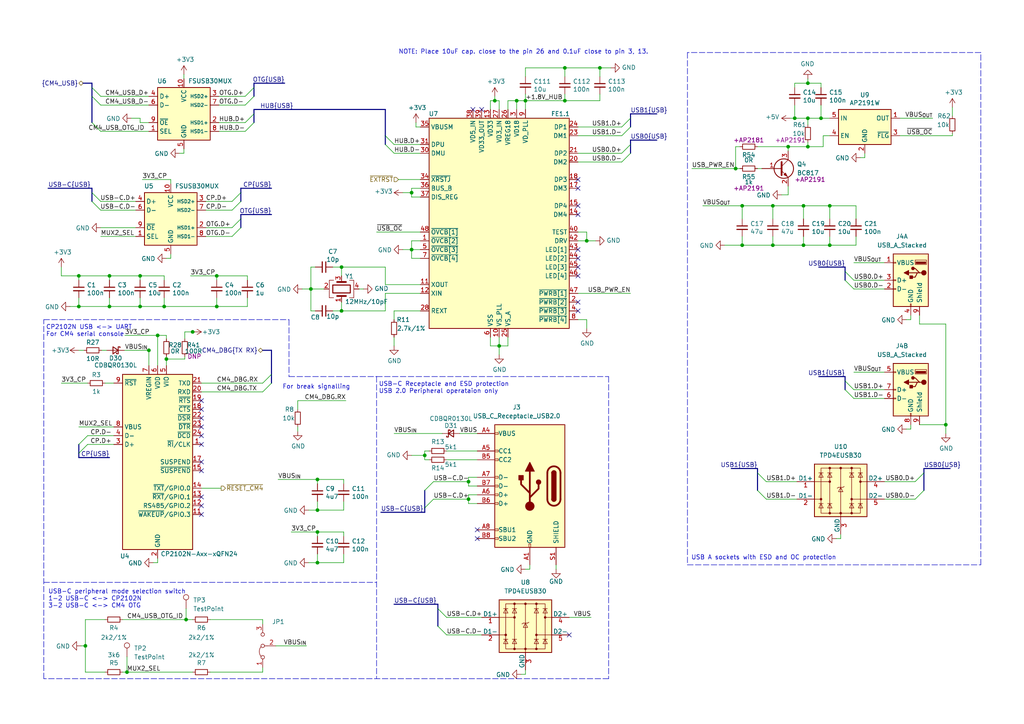
<source format=kicad_sch>
(kicad_sch (version 20230121) (generator eeschema)
  (paper "A4")
  (title_block (title "USB 2.0 host/USB 2.0 device") (date "2022-11-06") (rev "1.3e") (company "Nabu Casa") (comment 1 "www.nabucasa.com") (comment 2 "Yellow"))
  (bus_alias "I2C" (members "SDA" "SCL"))
  (bus_alias "CM4_USB" (members "CM4_USB_D+" "CM4_USB_D-" "CM4_USB_OTG_ID"))
  (bus_alias "USB" (members "D+" "D-"))
  (junction (at 215.265 71.12) (diameter 0.9144))
  (junction (at 31.75 80.01) (diameter 0.9144))
  (junction (at 92.075 139.065) (diameter 0.9144))
  (junction (at 40.64 80.01) (diameter 0.9144))
  (junction (at 149.86 29.21) (diameter 0.9144))
  (junction (at 213.36 48.895))
  (junction (at 22.86 88.9) (diameter 0.9144))
  (junction (at 215.265 59.69) (diameter 0.9144))
  (junction (at 233.045 71.12) (diameter 0.9144))
  (junction (at 119.38 55.88) (diameter 0.9144))
  (junction (at 24.765 187.325) (diameter 0.9144))
  (junction (at 240.665 59.69) (diameter 0.9144))
  (junction (at 53.975 179.705) (diameter 0.9144))
  (junction (at 234.315 24.13) (diameter 0.9144))
  (junction (at 92.075 154.305) (diameter 0.9144))
  (junction (at 224.155 71.12) (diameter 0.9144))
  (junction (at 92.075 147.955) (diameter 0.9144))
  (junction (at 228.6 42.545))
  (junction (at 173.99 19.685) (diameter 0.9144))
  (junction (at 45.72 97.282))
  (junction (at 234.315 42.545))
  (junction (at 230.505 34.29) (diameter 0.9144))
  (junction (at 135.89 144.78) (diameter 0.9144))
  (junction (at 143.51 29.21) (diameter 0.9144))
  (junction (at 43.18 101.6))
  (junction (at 233.045 59.69) (diameter 0.9144))
  (junction (at 62.865 88.9) (diameter 0.9144))
  (junction (at 144.78 100.33) (diameter 0.9144))
  (junction (at 90.17 83.82) (diameter 0.9144))
  (junction (at 99.06 90.17) (diameter 0.9144))
  (junction (at 119.38 72.39) (diameter 0.9144))
  (junction (at 152.4 29.21) (diameter 0.9144))
  (junction (at 123.19 132.08) (diameter 0.9144))
  (junction (at 135.89 139.7) (diameter 0.9144))
  (junction (at 40.64 88.9) (diameter 0.9144))
  (junction (at 170.18 69.85) (diameter 0.9144))
  (junction (at 55.88 96.266))
  (junction (at 238.125 34.29) (diameter 0.9144))
  (junction (at 31.75 88.9) (diameter 0.9144))
  (junction (at 99.06 77.47) (diameter 0.9144))
  (junction (at 48.26 104.14))
  (junction (at 240.665 71.12) (diameter 0.9144))
  (junction (at 224.155 59.69) (diameter 0.9144))
  (junction (at 47.625 88.9) (diameter 0.9144))
  (junction (at 274.32 123.19) (diameter 0.9144))
  (junction (at 163.83 19.685) (diameter 0.9144))
  (junction (at 92.075 163.195) (diameter 0.9144))
  (junction (at 36.83 194.945) (diameter 0.9144))
  (junction (at 163.83 29.21) (diameter 0.9144))
  (junction (at 234.315 34.29))
  (junction (at 62.865 80.01) (diameter 0.9144))
  (junction (at 22.86 80.01) (diameter 0.9144))
  (no_connect (at 167.64 77.47))
  (no_connect (at 138.43 153.67))
  (no_connect (at 167.64 87.63))
  (no_connect (at 138.43 156.21))
  (no_connect (at 167.64 90.17))
  (no_connect (at 58.42 126.365))
  (no_connect (at 58.42 116.205))
  (no_connect (at 58.42 118.745))
  (no_connect (at 58.42 121.285))
  (no_connect (at 58.42 123.825))
  (no_connect (at 58.42 128.905))
  (no_connect (at 58.42 133.985))
  (no_connect (at 58.42 136.525))
  (no_connect (at 58.42 144.145))
  (no_connect (at 58.42 146.685))
  (no_connect (at 58.42 149.225))
  (no_connect (at 167.64 54.61))
  (no_connect (at 167.64 80.01))
  (no_connect (at 165.1 184.15))
  (no_connect (at 139.7 31.75))
  (no_connect (at 137.16 31.75))
  (no_connect (at 167.64 72.39))
  (no_connect (at 167.64 74.93))
  (no_connect (at 167.64 52.07))
  (no_connect (at 167.64 62.23))
  (no_connect (at 167.64 59.69))
  (bus_entry (at 180.34 36.83) (size 2.54 -2.54) (stroke (width 0.1524)))
  (bus_entry (at 180.34 44.45) (size 2.54 -2.54) (stroke (width 0.1524)))
  (bus_entry (at 76.2 113.665) (size 2.54 -2.54) (stroke (width 0.1524)))
  (bus_entry (at 222.25 144.78) (size -2.54 -2.54) (stroke (width 0.1524)))
  (bus_entry (at 73.66 25.4) (size -2.54 2.54) (stroke (width 0.1524)))
  (bus_entry (at 180.34 46.99) (size 2.54 -2.54) (stroke (width 0.1524)))
  (bus_entry (at 69.85 63.5) (size -2.54 2.54) (stroke (width 0.1524)))
  (bus_entry (at 69.85 66.04) (size -2.54 2.54) (stroke (width 0.1524)))
  (bus_entry (at 123.19 142.24) (size 2.54 -2.54) (stroke (width 0.1524)))
  (bus_entry (at 265.43 144.78) (size 2.54 -2.54) (stroke (width 0.1524)))
  (bus_entry (at 26.67 27.94) (size 2.54 2.54) (stroke (width 0.1524)))
  (bus_entry (at 22.86 131.445) (size 2.54 -2.54) (stroke (width 0.1524)))
  (bus_entry (at 69.85 58.42) (size -2.54 2.54) (stroke (width 0.1524)))
  (bus_entry (at 123.19 147.32) (size 2.54 -2.54) (stroke (width 0.1524)))
  (bus_entry (at 222.25 139.7) (size -2.54 -2.54) (stroke (width 0.1524)))
  (bus_entry (at 69.85 55.88) (size -2.54 2.54) (stroke (width 0.1524)))
  (bus_entry (at 73.66 33.02) (size -2.54 2.54) (stroke (width 0.1524)))
  (bus_entry (at 26.67 58.42) (size 2.54 2.54) (stroke (width 0.1524)))
  (bus_entry (at 73.66 27.94) (size -2.54 2.54) (stroke (width 0.1524)))
  (bus_entry (at 127 181.61) (size 2.54 2.54) (stroke (width 0.1524)))
  (bus_entry (at 180.34 39.37) (size 2.54 -2.54) (stroke (width 0.1524)))
  (bus_entry (at 247.65 115.57) (size -2.54 -2.54) (stroke (width 0.1524)))
  (bus_entry (at 26.67 35.56) (size 2.54 2.54) (stroke (width 0.1524)))
  (bus_entry (at 247.65 83.82) (size -2.54 -2.54) (stroke (width 0.1524)))
  (bus_entry (at 26.67 55.88) (size 2.54 2.54) (stroke (width 0.1524)))
  (bus_entry (at 73.66 35.56) (size -2.54 2.54) (stroke (width 0.1524)))
  (bus_entry (at 111.76 41.91) (size 2.54 2.54) (stroke (width 0.1524)))
  (bus_entry (at 76.2 111.125) (size 2.54 -2.54) (stroke (width 0.1524)))
  (bus_entry (at 247.65 81.28) (size -2.54 -2.54) (stroke (width 0.1524)))
  (bus_entry (at 26.67 25.4) (size 2.54 2.54) (stroke (width 0.1524)))
  (bus_entry (at 247.65 113.03) (size -2.54 -2.54) (stroke (width 0.1524)))
  (bus_entry (at 127 176.53) (size 2.54 2.54) (stroke (width 0.1524)))
  (bus_entry (at 22.86 128.905) (size 2.54 -2.54) (stroke (width 0.1524)))
  (bus_entry (at 265.43 139.7) (size 2.54 -2.54) (stroke (width 0.1524)))
  (bus_entry (at 111.76 39.37) (size 2.54 2.54) (stroke (width 0.1524)))
  (wire (pts (xy 234.315 22.86) (xy 234.315 24.13)))
  (wire (pts (xy 167.64 46.99) (xy 180.34 46.99)))
  (wire (pts (xy 147.32 97.79) (xy 147.32 100.33)))
  (wire (pts (xy 147.32 100.33) (xy 144.78 100.33)))
  (wire (pts (xy 215.265 59.69) (xy 215.265 63.5)))
  (wire (pts (xy 58.42 141.605) (xy 64.135 141.605)))
  (wire (pts (xy 40.64 86.36) (xy 40.64 88.9)))
  (wire (pts (xy 147.32 29.21) (xy 149.86 29.21)))
  (wire (pts (xy 147.32 31.75) (xy 147.32 29.21)))
  (wire (pts (xy 149.86 29.21) (xy 149.86 31.75)))
  (wire (pts (xy 135.89 140.97) (xy 138.43 140.97)))
  (wire (pts (xy 260.985 39.37) (xy 276.225 39.37)))
  (wire (pts (xy 114.3 44.45) (xy 121.92 44.45)))
  (wire (pts (xy 86.36 116.205) (xy 100.33 116.205)))
  (wire (pts (xy 99.695 160.655) (xy 99.695 163.195)))
  (wire (pts (xy 119.38 72.39) (xy 121.92 72.39)))
  (wire (pts (xy 210.185 71.12) (xy 215.265 71.12)))
  (wire (pts (xy 23.495 187.325) (xy 24.765 187.325)))
  (wire (pts (xy 24.765 179.705) (xy 30.48 179.705)))
  (wire (pts (xy 24.765 187.325) (xy 24.765 179.705)))
  (wire (pts (xy 119.38 57.15) (xy 119.38 55.88)))
  (wire (pts (xy 121.92 57.15) (xy 119.38 57.15)))
  (wire (pts (xy 274.32 123.19) (xy 274.32 125.73)))
  (wire (pts (xy 240.665 59.69) (xy 240.665 63.5)))
  (wire (pts (xy 115.57 52.07) (xy 121.92 52.07)))
  (wire (pts (xy 144.78 100.33) (xy 144.78 102.87)))
  (wire (pts (xy 90.17 83.82) (xy 90.17 90.17)))
  (wire (pts (xy 116.84 55.88) (xy 119.38 55.88)))
  (wire (pts (xy 119.38 54.61) (xy 121.92 54.61)))
  (wire (pts (xy 119.38 55.88) (xy 119.38 54.61)))
  (wire (pts (xy 63.5 27.94) (xy 71.12 27.94)))
  (wire (pts (xy 152.4 29.21) (xy 163.83 29.21)))
  (wire (pts (xy 247.65 113.03) (xy 256.54 113.03)))
  (bus (pts (xy 245.11 77.47) (xy 237.49 77.47)))
  (wire (pts (xy 22.86 101.6) (xy 24.384 101.6)))
  (bus (pts (xy 182.88 33.02) (xy 182.88 34.29)))
  (bus (pts (xy 182.88 34.29) (xy 182.88 36.83)))
  (wire (pts (xy 219.71 48.895) (xy 220.98 48.895)))
  (wire (pts (xy 135.89 146.05) (xy 135.89 144.78)))
  (wire (pts (xy 48.26 103.378) (xy 48.26 104.14)))
  (wire (pts (xy 60.96 194.945) (xy 76.2 194.945)))
  (wire (pts (xy 76.2 194.945) (xy 76.2 193.675)))
  (wire (pts (xy 266.7 91.44) (xy 266.7 93.98)))
  (wire (pts (xy 71.755 88.9) (xy 71.755 86.36)))
  (wire (pts (xy 62.865 88.9) (xy 71.755 88.9)))
  (wire (pts (xy 47.625 88.9) (xy 62.865 88.9)))
  (wire (pts (xy 40.64 88.9) (xy 47.625 88.9)))
  (wire (pts (xy 129.54 130.81) (xy 138.43 130.81)))
  (wire (pts (xy 264.16 124.46) (xy 264.16 123.19)))
  (wire (pts (xy 167.64 44.45) (xy 180.34 44.45)))
  (wire (pts (xy 125.73 144.78) (xy 135.89 144.78)))
  (wire (pts (xy 47.625 81.28) (xy 47.625 80.01)))
  (wire (pts (xy 47.625 80.01) (xy 40.64 80.01)))
  (polyline (pts (xy 88.9 196.85) (xy 12.7 196.85)) (stroke (width 0) (type dash)))
  (wire (pts (xy 36.068 101.6) (xy 43.18 101.6)))
  (wire (pts (xy 29.21 38.1) (xy 43.18 38.1)))
  (wire (pts (xy 276.225 39.37) (xy 276.225 38.735)))
  (polyline (pts (xy 12.7 168.91) (xy 109.22 168.91)) (stroke (width 0) (type dash)))
  (wire (pts (xy 233.045 71.12) (xy 240.665 71.12)))
  (polyline (pts (xy 199.39 163.83) (xy 284.48 163.83)) (stroke (width 0) (type dash)))
  (wire (pts (xy 152.4 165.1) (xy 153.67 165.1)))
  (wire (pts (xy 96.52 77.47) (xy 99.06 77.47)))
  (wire (pts (xy 91.44 77.47) (xy 90.17 77.47)))
  (wire (pts (xy 43.18 101.6) (xy 43.307 101.6)))
  (bus (pts (xy 22.86 131.445) (xy 22.86 132.715)))
  (bus (pts (xy 22.86 128.905) (xy 22.86 131.445)))
  (wire (pts (xy 63.5 30.48) (xy 71.12 30.48)))
  (wire (pts (xy 173.99 19.685) (xy 163.83 19.685)))
  (wire (pts (xy 177.165 19.685) (xy 173.99 19.685)))
  (wire (pts (xy 152.4 19.685) (xy 152.4 22.225)))
  (wire (pts (xy 163.83 19.685) (xy 152.4 19.685)))
  (wire (pts (xy 22.86 123.825) (xy 33.02 123.825)))
  (wire (pts (xy 151.13 195.58) (xy 152.4 195.58)))
  (wire (pts (xy 62.865 80.01) (xy 71.755 80.01)))
  (wire (pts (xy 71.755 80.01) (xy 71.755 81.28)))
  (wire (pts (xy 55.245 80.01) (xy 62.865 80.01)))
  (wire (pts (xy 276.225 31.115) (xy 276.225 33.655)))
  (wire (pts (xy 119.38 72.39) (xy 119.38 74.93)))
  (wire (pts (xy 119.38 74.93) (xy 121.92 74.93)))
  (wire (pts (xy 119.38 132.08) (xy 123.19 132.08)))
  (polyline (pts (xy 83.82 109.22) (xy 109.22 109.22)) (stroke (width 0) (type dash)))
  (polyline (pts (xy 83.82 92.71) (xy 83.82 109.22)) (stroke (width 0) (type dash)))
  (wire (pts (xy 99.695 155.575) (xy 99.695 154.305)))
  (wire (pts (xy 114.3 41.91) (xy 121.92 41.91)))
  (wire (pts (xy 249.555 45.72) (xy 250.825 45.72)))
  (wire (pts (xy 99.06 87.63) (xy 99.06 90.17)))
  (wire (pts (xy 152.4 27.305) (xy 152.4 29.21)))
  (wire (pts (xy 52.07 44.45) (xy 53.34 44.45)))
  (wire (pts (xy 25.4 111.125) (xy 17.78 111.125)))
  (wire (pts (xy 214.63 48.895) (xy 213.36 48.895)))
  (wire (pts (xy 200.66 48.895) (xy 213.36 48.895)))
  (wire (pts (xy 96.52 90.17) (xy 99.06 90.17)))
  (wire (pts (xy 138.43 143.51) (xy 135.89 143.51)))
  (wire (pts (xy 31.75 80.01) (xy 31.75 81.28)))
  (wire (pts (xy 215.265 71.12) (xy 224.155 71.12)))
  (wire (pts (xy 92.075 154.305) (xy 92.075 155.575)))
  (wire (pts (xy 153.67 165.1) (xy 153.67 163.83)))
  (wire (pts (xy 170.18 69.85) (xy 172.72 69.85)))
  (wire (pts (xy 29.21 66.04) (xy 39.37 66.04)))
  (wire (pts (xy 89.535 147.955) (xy 92.075 147.955)))
  (wire (pts (xy 152.4 29.21) (xy 149.86 29.21)))
  (wire (pts (xy 152.4 31.75) (xy 152.4 29.21)))
  (wire (pts (xy 121.92 67.31) (xy 109.22 67.31)))
  (wire (pts (xy 167.64 92.71) (xy 170.18 92.71)))
  (wire (pts (xy 48.26 98.298) (xy 48.26 97.282)))
  (wire (pts (xy 121.92 82.55) (xy 111.76 82.55)))
  (wire (pts (xy 215.265 59.69) (xy 224.155 59.69)))
  (bus (pts (xy 111.76 31.75) (xy 111.76 39.37)))
  (bus (pts (xy 111.76 39.37) (xy 111.76 41.91)))
  (wire (pts (xy 49.53 52.07) (xy 49.53 53.34)))
  (wire (pts (xy 99.695 145.415) (xy 99.695 147.955)))
  (wire (pts (xy 45.72 97.282) (xy 48.26 97.282)))
  (polyline (pts (xy 12.7 92.71) (xy 83.82 92.71)) (stroke (width 0) (type dash)))
  (wire (pts (xy 99.06 90.17) (xy 111.76 90.17)))
  (wire (pts (xy 53.34 21.59) (xy 53.34 22.86)))
  (wire (pts (xy 229.235 34.29) (xy 230.505 34.29)))
  (wire (pts (xy 129.54 184.15) (xy 139.7 184.15)))
  (wire (pts (xy 248.285 71.12) (xy 248.285 68.58)))
  (wire (pts (xy 230.505 30.48) (xy 230.505 34.29)))
  (wire (pts (xy 171.45 179.07) (xy 165.1 179.07)))
  (wire (pts (xy 230.505 24.13) (xy 230.505 25.4)))
  (wire (pts (xy 59.69 66.04) (xy 67.31 66.04)))
  (wire (pts (xy 99.06 77.47) (xy 99.06 80.01)))
  (wire (pts (xy 53.34 44.45) (xy 53.34 43.18)))
  (wire (pts (xy 17.78 80.01) (xy 22.86 80.01)))
  (wire (pts (xy 247.65 115.57) (xy 256.54 115.57)))
  (wire (pts (xy 114.3 90.17) (xy 121.92 90.17)))
  (wire (pts (xy 142.24 29.21) (xy 143.51 29.21)))
  (wire (pts (xy 142.24 31.75) (xy 142.24 29.21)))
  (wire (pts (xy 143.51 29.21) (xy 144.78 29.21)))
  (wire (pts (xy 144.78 29.21) (xy 144.78 31.75)))
  (wire (pts (xy 92.075 160.655) (xy 92.075 163.195)))
  (wire (pts (xy 266.7 123.19) (xy 274.32 123.19)))
  (wire (pts (xy 41.275 52.07) (xy 49.53 52.07)))
  (wire (pts (xy 224.155 71.12) (xy 233.045 71.12)))
  (wire (pts (xy 161.29 163.83) (xy 161.29 165.1)))
  (bus (pts (xy 182.88 40.64) (xy 182.88 41.91)))
  (bus (pts (xy 182.88 41.91) (xy 182.88 44.45)))
  (wire (pts (xy 39.37 58.42) (xy 29.21 58.42)))
  (wire (pts (xy 247.65 83.82) (xy 256.54 83.82)))
  (polyline (pts (xy 176.53 196.85) (xy 88.9 196.85)) (stroke (width 0) (type dash)))
  (bus (pts (xy 26.67 54.61) (xy 13.97 54.61)))
  (polyline (pts (xy 284.48 163.83) (xy 284.48 15.24)) (stroke (width 0) (type dash)))
  (wire (pts (xy 22.86 86.36) (xy 22.86 88.9)))
  (wire (pts (xy 59.69 68.58) (xy 67.31 68.58)))
  (bus (pts (xy 245.11 109.22) (xy 237.49 109.22)))
  (wire (pts (xy 58.42 113.665) (xy 76.2 113.665)))
  (wire (pts (xy 29.464 101.6) (xy 30.988 101.6)))
  (wire (pts (xy 247.65 107.95) (xy 256.54 107.95)))
  (wire (pts (xy 119.38 69.85) (xy 121.92 69.85)))
  (wire (pts (xy 116.84 72.39) (xy 119.38 72.39)))
  (wire (pts (xy 119.38 72.39) (xy 119.38 69.85)))
  (wire (pts (xy 123.19 132.08) (xy 123.19 133.35)))
  (bus (pts (xy 73.66 31.75) (xy 111.76 31.75)))
  (bus (pts (xy 26.67 24.13) (xy 26.67 25.4)))
  (bus (pts (xy 26.67 25.4) (xy 26.67 27.94)))
  (bus (pts (xy 26.67 27.94) (xy 26.67 35.56)))
  (wire (pts (xy 248.285 59.69) (xy 240.665 59.69)))
  (wire (pts (xy 99.695 140.335) (xy 99.695 139.065)))
  (wire (pts (xy 240.665 71.12) (xy 248.285 71.12)))
  (wire (pts (xy 203.835 59.69) (xy 215.265 59.69)))
  (wire (pts (xy 92.075 139.065) (xy 92.075 140.335)))
  (wire (pts (xy 144.78 97.79) (xy 144.78 100.33)))
  (wire (pts (xy 243.84 156.21) (xy 243.84 154.94)))
  (wire (pts (xy 90.17 90.17) (xy 91.44 90.17)))
  (wire (pts (xy 30.48 111.125) (xy 33.02 111.125)))
  (wire (pts (xy 29.21 27.94) (xy 43.18 27.94)))
  (wire (pts (xy 260.985 34.29) (xy 270.51 34.29)))
  (bus (pts (xy 69.85 54.61) (xy 78.74 54.61)))
  (wire (pts (xy 238.125 25.4) (xy 238.125 24.13)))
  (wire (pts (xy 40.64 34.29) (xy 38.1 34.29)))
  (wire (pts (xy 262.89 124.46) (xy 264.16 124.46)))
  (wire (pts (xy 143.51 27.94) (xy 143.51 29.21)))
  (wire (pts (xy 36.195 97.282) (xy 45.72 97.282)))
  (wire (pts (xy 45.72 97.282) (xy 45.72 106.045)))
  (wire (pts (xy 40.64 80.01) (xy 31.75 80.01)))
  (wire (pts (xy 123.19 130.81) (xy 123.19 132.08)))
  (wire (pts (xy 163.83 29.21) (xy 163.83 27.305)))
  (wire (pts (xy 234.315 24.13) (xy 230.505 24.13)))
  (wire (pts (xy 129.54 179.07) (xy 139.7 179.07)))
  (wire (pts (xy 36.83 190.5) (xy 36.83 194.945)))
  (wire (pts (xy 167.64 67.31) (xy 170.18 67.31)))
  (wire (pts (xy 170.18 67.31) (xy 170.18 69.85)))
  (wire (pts (xy 274.32 93.98) (xy 274.32 123.19)))
  (wire (pts (xy 173.99 19.685) (xy 173.99 22.225)))
  (wire (pts (xy 20.32 88.9) (xy 22.86 88.9)))
  (wire (pts (xy 111.76 82.55) (xy 111.76 77.47)))
  (bus (pts (xy 69.85 62.23) (xy 78.74 62.23)))
  (wire (pts (xy 265.43 139.7) (xy 256.54 139.7)))
  (wire (pts (xy 80.645 139.065) (xy 92.075 139.065)))
  (wire (pts (xy 228.6 56.515) (xy 226.695 56.515)))
  (wire (pts (xy 152.4 195.58) (xy 152.4 194.31)))
  (wire (pts (xy 123.19 133.35) (xy 124.46 133.35)))
  (wire (pts (xy 86.36 123.825) (xy 86.36 125.095)))
  (wire (pts (xy 238.125 24.13) (xy 234.315 24.13)))
  (wire (pts (xy 40.64 35.56) (xy 40.64 34.29)))
  (wire (pts (xy 222.25 144.78) (xy 231.14 144.78)))
  (wire (pts (xy 238.125 30.48) (xy 238.125 34.29)))
  (wire (pts (xy 264.16 92.71) (xy 264.16 91.44)))
  (bus (pts (xy 73.66 24.13) (xy 73.66 25.4)))
  (bus (pts (xy 73.66 25.4) (xy 73.66 27.94)))
  (wire (pts (xy 242.57 156.21) (xy 243.84 156.21)))
  (wire (pts (xy 135.89 144.78) (xy 135.89 143.51)))
  (wire (pts (xy 48.26 106.045) (xy 48.26 104.14)))
  (bus (pts (xy 267.97 135.89) (xy 275.59 135.89)))
  (bus (pts (xy 26.67 54.61) (xy 26.67 55.88)))
  (bus (pts (xy 26.67 55.88) (xy 26.67 58.42)))
  (wire (pts (xy 234.315 41.275) (xy 234.315 42.545)))
  (polyline (pts (xy 109.22 109.22) (xy 176.53 109.22)) (stroke (width 0) (type dash)))
  (wire (pts (xy 49.53 74.93) (xy 49.53 73.66)))
  (wire (pts (xy 99.695 154.305) (xy 92.075 154.305)))
  (wire (pts (xy 121.92 36.83) (xy 120.65 36.83)))
  (wire (pts (xy 248.285 63.5) (xy 248.285 59.69)))
  (wire (pts (xy 219.71 42.545) (xy 228.6 42.545)))
  (polyline (pts (xy 109.22 109.22) (xy 109.22 196.85)) (stroke (width 0) (type dash)))
  (wire (pts (xy 266.7 93.98) (xy 274.32 93.98)))
  (wire (pts (xy 33.02 126.365) (xy 25.4 126.365)))
  (wire (pts (xy 62.865 86.36) (xy 62.865 88.9)))
  (wire (pts (xy 129.54 133.35) (xy 138.43 133.35)))
  (wire (pts (xy 234.315 42.545) (xy 238.76 42.545)))
  (wire (pts (xy 228.6 42.545) (xy 234.315 42.545)))
  (wire (pts (xy 228.6 43.815) (xy 228.6 42.545)))
  (wire (pts (xy 238.76 39.37) (xy 240.665 39.37)))
  (wire (pts (xy 238.76 42.545) (xy 238.76 39.37)))
  (wire (pts (xy 58.42 111.125) (xy 76.2 111.125)))
  (bus (pts (xy 219.71 135.89) (xy 212.09 135.89)))
  (bus (pts (xy 219.71 135.89) (xy 219.71 137.16)))
  (bus (pts (xy 219.71 137.16) (xy 219.71 142.24)))
  (wire (pts (xy 120.65 35.56) (xy 120.65 36.83)))
  (wire (pts (xy 22.86 80.01) (xy 22.86 81.28)))
  (wire (pts (xy 33.02 128.905) (xy 25.4 128.905)))
  (wire (pts (xy 167.64 36.83) (xy 180.34 36.83)))
  (wire (pts (xy 63.5 35.56) (xy 71.12 35.56)))
  (wire (pts (xy 92.075 145.415) (xy 92.075 147.955)))
  (wire (pts (xy 224.155 59.69) (xy 224.155 63.5)))
  (wire (pts (xy 84.455 154.305) (xy 92.075 154.305)))
  (wire (pts (xy 56.388 96.266) (xy 55.88 96.266)))
  (wire (pts (xy 138.43 138.43) (xy 135.89 138.43)))
  (wire (pts (xy 40.64 80.01) (xy 40.64 81.28)))
  (wire (pts (xy 29.21 30.48) (xy 43.18 30.48)))
  (wire (pts (xy 247.65 81.28) (xy 256.54 81.28)))
  (wire (pts (xy 43.18 101.6) (xy 43.18 106.045)))
  (wire (pts (xy 135.89 140.97) (xy 135.89 139.7)))
  (wire (pts (xy 125.73 139.7) (xy 135.89 139.7)))
  (wire (pts (xy 87.63 83.82) (xy 90.17 83.82)))
  (wire (pts (xy 215.265 68.58) (xy 215.265 71.12)))
  (bus (pts (xy 69.85 62.23) (xy 69.85 63.5)))
  (bus (pts (xy 69.85 63.5) (xy 69.85 66.04)))
  (wire (pts (xy 247.65 76.2) (xy 256.54 76.2)))
  (bus (pts (xy 267.97 135.89) (xy 267.97 137.16)))
  (bus (pts (xy 267.97 137.16) (xy 267.97 142.24)))
  (wire (pts (xy 114.3 92.71) (xy 114.3 90.17)))
  (wire (pts (xy 35.56 179.705) (xy 53.975 179.705)))
  (wire (pts (xy 53.975 179.705) (xy 55.88 179.705)))
  (wire (pts (xy 99.06 77.47) (xy 111.76 77.47)))
  (wire (pts (xy 224.155 68.58) (xy 224.155 71.12)))
  (wire (pts (xy 88.9 187.325) (xy 80.01 187.325)))
  (wire (pts (xy 135.89 139.7) (xy 135.89 138.43)))
  (wire (pts (xy 53.975 176.53) (xy 53.975 179.705)))
  (wire (pts (xy 228.6 53.975) (xy 228.6 56.515)))
  (wire (pts (xy 111.76 85.09) (xy 111.76 90.17)))
  (wire (pts (xy 39.37 60.96) (xy 29.21 60.96)))
  (bus (pts (xy 123.19 148.59) (xy 110.49 148.59)))
  (wire (pts (xy 31.75 86.36) (xy 31.75 88.9)))
  (bus (pts (xy 127 175.26) (xy 114.3 175.26)))
  (wire (pts (xy 163.83 19.685) (xy 163.83 22.225)))
  (wire (pts (xy 167.64 85.09) (xy 182.88 85.09)))
  (wire (pts (xy 59.69 60.96) (xy 67.31 60.96)))
  (wire (pts (xy 63.5 38.1) (xy 71.12 38.1)))
  (wire (pts (xy 92.075 147.955) (xy 99.695 147.955)))
  (wire (pts (xy 76.2 179.705) (xy 60.96 179.705)))
  (wire (pts (xy 76.2 180.975) (xy 76.2 179.705)))
  (wire (pts (xy 29.21 68.58) (xy 39.37 68.58)))
  (wire (pts (xy 124.46 130.81) (xy 123.19 130.81)))
  (bus (pts (xy 24.13 24.13) (xy 26.67 24.13)))
  (wire (pts (xy 240.665 68.58) (xy 240.665 71.12)))
  (wire (pts (xy 238.125 34.29) (xy 240.665 34.29)))
  (wire (pts (xy 234.315 34.29) (xy 234.315 36.195)))
  (wire (pts (xy 62.865 80.01) (xy 62.865 81.28)))
  (wire (pts (xy 222.25 139.7) (xy 231.14 139.7)))
  (bus (pts (xy 182.88 40.64) (xy 190.5 40.64)))
  (wire (pts (xy 89.535 163.195) (xy 92.075 163.195)))
  (bus (pts (xy 245.11 109.22) (xy 245.11 110.49)))
  (bus (pts (xy 245.11 110.49) (xy 245.11 113.03)))
  (wire (pts (xy 230.505 34.29) (xy 234.315 34.29)))
  (wire (pts (xy 234.315 34.29) (xy 238.125 34.29)))
  (bus (pts (xy 22.86 132.715) (xy 31.75 132.715)))
  (wire (pts (xy 121.92 85.09) (xy 111.76 85.09)))
  (wire (pts (xy 170.18 69.85) (xy 167.64 69.85)))
  (wire (pts (xy 55.88 96.266) (xy 53.594 96.266)))
  (bus (pts (xy 245.11 77.47) (xy 245.11 78.74)))
  (bus (pts (xy 245.11 78.74) (xy 245.11 81.28)))
  (wire (pts (xy 35.56 194.945) (xy 36.83 194.945)))
  (wire (pts (xy 36.83 194.945) (xy 55.88 194.945)))
  (wire (pts (xy 133.35 125.73) (xy 138.43 125.73)))
  (wire (pts (xy 167.64 39.37) (xy 180.34 39.37)))
  (wire (pts (xy 265.43 144.78) (xy 256.54 144.78)))
  (bus (pts (xy 73.66 31.75) (xy 73.66 33.02)))
  (bus (pts (xy 73.66 33.02) (xy 73.66 35.56)))
  (wire (pts (xy 53.594 104.14) (xy 53.594 103.378)))
  (wire (pts (xy 99.695 139.065) (xy 92.075 139.065)))
  (wire (pts (xy 233.045 59.69) (xy 240.665 59.69)))
  (wire (pts (xy 170.18 92.71) (xy 170.18 95.25)))
  (wire (pts (xy 104.14 83.82) (xy 105.41 83.82)))
  (wire (pts (xy 92.075 163.195) (xy 99.695 163.195)))
  (polyline (pts (xy 176.53 109.22) (xy 176.53 196.85)) (stroke (width 0) (type dash)))
  (wire (pts (xy 90.17 83.82) (xy 93.98 83.82)))
  (bus (pts (xy 69.85 54.61) (xy 69.85 55.88)))
  (bus (pts (xy 69.85 55.88) (xy 69.85 58.42)))
  (wire (pts (xy 17.78 80.01) (xy 17.78 77.47)))
  (wire (pts (xy 262.89 92.71) (xy 264.16 92.71)))
  (wire (pts (xy 47.625 86.36) (xy 47.625 88.9)))
  (polyline (pts (xy 12.7 196.85) (xy 12.7 92.71)) (stroke (width 0) (type dash)))
  (wire (pts (xy 142.24 97.79) (xy 142.24 100.33)))
  (wire (pts (xy 142.24 100.33) (xy 144.78 100.33)))
  (bus (pts (xy 182.88 33.02) (xy 190.5 33.02)))
  (wire (pts (xy 224.155 59.69) (xy 233.045 59.69)))
  (bus (pts (xy 78.74 108.585) (xy 78.74 111.125)))
  (bus (pts (xy 78.74 101.6) (xy 78.74 108.585)))
  (bus (pts (xy 76.2 101.6) (xy 78.74 101.6)))
  (bus (pts (xy 73.66 24.13) (xy 82.55 24.13)))
  (wire (pts (xy 173.99 29.21) (xy 163.83 29.21)))
  (wire (pts (xy 173.99 27.305) (xy 173.99 29.21)))
  (wire (pts (xy 48.26 74.93) (xy 49.53 74.93)))
  (wire (pts (xy 86.36 116.205) (xy 86.36 118.745)))
  (wire (pts (xy 233.045 59.69) (xy 233.045 63.5)))
  (wire (pts (xy 135.89 146.05) (xy 138.43 146.05)))
  (polyline (pts (xy 284.48 15.24) (xy 199.39 15.24)) (stroke (width 0) (type dash)))
  (wire (pts (xy 43.18 35.56) (xy 40.64 35.56)))
  (wire (pts (xy 114.3 125.73) (xy 128.27 125.73)))
  (wire (pts (xy 214.63 42.545) (xy 213.36 42.545)))
  (wire (pts (xy 213.36 42.545) (xy 213.36 48.895)))
  (polyline (pts (xy 199.39 15.24) (xy 199.39 163.83)) (stroke (width 0) (type dash)))
  (wire (pts (xy 45.72 163.195) (xy 45.72 161.925)))
  (wire (pts (xy 250.825 45.72) (xy 250.825 44.45)))
  (wire (pts (xy 48.26 104.14) (xy 53.594 104.14)))
  (wire (pts (xy 44.45 163.195) (xy 45.72 163.195)))
  (wire (pts (xy 233.045 68.58) (xy 233.045 71.12)))
  (wire (pts (xy 53.594 96.266) (xy 53.594 98.298)))
  (wire (pts (xy 22.86 88.9) (xy 31.75 88.9)))
  (bus (pts (xy 123.19 142.24) (xy 123.19 147.32)))
  (bus (pts (xy 123.19 147.32) (xy 123.19 148.59)))
  (wire (pts (xy 22.86 80.01) (xy 31.75 80.01)))
  (wire (pts (xy 59.69 58.42) (xy 67.31 58.42)))
  (wire (pts (xy 30.48 194.945) (xy 24.765 194.945)))
  (wire (pts (xy 24.765 194.945) (xy 24.765 187.325)))
  (wire (pts (xy 114.3 97.79) (xy 114.3 100.33)))
  (bus (pts (xy 127 175.26) (xy 127 176.53)))
  (bus (pts (xy 127 176.53) (xy 127 181.61)))
  (wire (pts (xy 31.75 88.9) (xy 40.64 88.9)))
  (wire (pts (xy 90.17 77.47) (xy 90.17 83.82)))
  (text "USB-C Receptacle and ESD protection\nUSB 2.0 Peripheral operataion only" (at 109.855 114.3 0) (effects (font (size 1.27 1.27)) (justify left bottom)))
  (text "USB-C peripheral mode selection switch\n1-2 USB-C <-> CP2102N\n3-2 USB-C <-> CM4 OTG" (at 13.97 176.53 0) (effects (font (size 1.27 1.27)) (justify left bottom)))
  (text "USB A sockets with ESD and OC protection" (at 242.57 162.56 0) (effects (font (size 1.27 1.27)) (justify right bottom)))
  (text "CP2102N USB <-> UART\nFor CM4 serial console" (at 13.335 97.79 0) (effects (font (size 1.27 1.27)) (justify left bottom)))
  (text "NOTE: Place 10uF cap. close to the pin 26 and 0.1uF close to pin 3, 13." (at 115.57 15.875 0) (effects (font (size 1.27 1.27)) (justify left bottom)))
  (text "For break signalling" (at 81.915 113.03 0) (effects (font (size 1.27 1.27)) (justify left bottom)))
  (label "USB-C.D-" (at 39.37 60.96 180))
  (label "CP.D-" (at 59.69 60.96 0))
  (label "OTG.D+" (at 59.69 66.04 0))
  (label "3V3_CP" (at 55.245 80.01 0))
  (label "CP.D+" (at 59.69 58.42 0))
  (label "~{USB_OC}" (at 270.51 39.37 180))
  (label "VBUS_{OUT}" (at 203.835 59.69 0))
  (label "VBUS_{OUT}" (at 247.65 107.95 0))
  (label "USB0.D+" (at 247.65 81.28 0))
  (label "HUB.D+" (at 63.5 35.56 0))
  (label "CP.D+" (at 32.385 128.905 180))
  (label "VBUS_{IN}" (at 88.9 187.325 180))
  (label "USB1.D+" (at 247.65 113.03 0))
  (label "CM4_USB_D-" (at 30.48 30.48 0))
  (label "~{USB_OC}" (at 109.22 67.31 0))
  (label "CM4_DBG.RX" (at 62.865 111.125 0))
  (label "VBUS_{IN}" (at 80.645 139.065 0))
  (label "USB-C.D+" (at 129.54 179.07 0))
  (label "3V3_CP" (at 41.275 52.07 0))
  (label "VBUS" (at 133.35 125.73 0))
  (label "USB-C.D+" (at 125.73 144.78 0))
  (label "USB1.D-" (at 222.25 144.78 0))
  (label "OTG.D+" (at 63.5 27.94 0))
  (label "USB1.D+" (at 222.25 139.7 0))
  (label "HUB.D-" (at 63.5 38.1 0))
  (label "3V3_CP" (at 17.78 111.125 0))
  (label "VBUS_{IN}" (at 114.3 125.73 0))
  (label "MUX2_SEL" (at 22.86 123.825 0))
  (label "USB1.D-" (at 180.34 39.37 180))
  (label "USB0{USB}" (at 245.11 77.47 180))
  (label "+1.8V_HUB" (at 152.4 29.21 0))
  (label "CP.D-" (at 32.385 126.365 180))
  (label "VBUS" (at 171.45 179.07 180))
  (label "USB0.D+" (at 180.34 44.45 180))
  (label "USB_PWR_EN" (at 200.66 48.895 0))
  (label "USB-C.D-" (at 125.73 139.7 0))
  (label "OTG.D-" (at 63.5 30.48 0))
  (label "CP{USB}" (at 78.74 54.61 180))
  (label "3V3_CP" (at 36.195 97.282 0))
  (label "OTG{USB}" (at 78.74 62.23 180))
  (label "USB0.D+" (at 265.43 139.7 180))
  (label "CM4_USB_OTG_ID" (at 36.83 179.705 0))
  (label "HUB{USB}" (at 85.09 31.75 180))
  (label "MUX2_SEL" (at 36.83 194.945 0))
  (label "CM4_USB_OTG_ID" (at 41.91 38.1 180))
  (label "USB1{USB}" (at 219.71 135.89 180))
  (label "3V3_CP" (at 84.455 154.305 0))
  (label "OTG.D-" (at 59.69 68.58 0))
  (label "USB0{USB}" (at 182.88 40.64 0))
  (label "USB-C{USB}" (at 114.3 175.26 0))
  (label "USB1{USB}" (at 182.88 33.02 0))
  (label "USB1.D+" (at 180.34 36.83 180))
  (label "CM4_USB_D+" (at 30.48 27.94 0))
  (label "HUB.D-" (at 114.3 44.45 0))
  (label "USB-C{USB}" (at 13.97 54.61 0))
  (label "USB1.D-" (at 247.65 115.57 0))
  (label "MUX2_SEL" (at 29.21 68.58 0))
  (label "USB0.D-" (at 265.43 144.78 180))
  (label "USB0.D-" (at 247.65 83.82 0))
  (label "VBUS_{IN}" (at 36.195 101.6 0))
  (label "CP{USB}" (at 31.75 132.715 180))
  (label "VBUS_{OUT}" (at 270.51 34.29 180))
  (label "USB1{USB}" (at 245.11 109.22 180))
  (label "HUB.D+" (at 114.3 41.91 0))
  (label "USB0{USB}" (at 267.97 135.89 0))
  (label "USB_PWR_EN" (at 182.88 85.09 180))
  (label "CM4_DBG.RX" (at 100.33 116.205 180))
  (label "USB-C.D-" (at 129.54 184.15 0))
  (label "USB-C.D+" (at 39.37 58.42 180))
  (label "OTG{USB}" (at 82.55 24.13 180))
  (label "VBUS_{OUT}" (at 247.65 76.2 0))
  (label "CM4_DBG.TX" (at 62.865 113.665 0))
  (label "USB0.D-" (at 180.34 46.99 180))
  (label "USB-C{USB}" (at 110.49 148.59 0))
  (hierarchical_label "~{EXTRST}" (shape input) (at 115.57 52.07 180))
  (hierarchical_label "{CM4_USB}" (shape bidirectional) (at 24.13 24.13 180))
  (hierarchical_label "~{RESET_CM4}" (shape output) (at 64.135 141.605 0))
  (hierarchical_label "CM4_DBG{TX RX}" (shape bidirectional) (at 76.2 101.6 180))
  (symbol (lib_id "Device:R_Small") (at 127 133.35 90) (mirror x) (unit 1)
    (property "Reference" "R14" (at 127 135.7568 90))
    (property "Value" "5k1" (at 130.81 134.728 90))
    (property "Footprint" "Resistor_SMD:R_0402_1005Metric" (effects hide))
  )
  (symbol (lib_id "power:+3V3") (at 143.51 27.94 0) (unit 1)
    (property "Reference" "#PWR041" (effects hide))
    (property "Value" "+3V3" (at 143.8783 23.6156 0))
  )
  (symbol (lib_id "power:GND") (at 234.315 22.86 180) (unit 1)
    (property "Reference" "#PWR046" (effects hide))
    (property "Value" "GND" (at 234.2007 18.5356 0))
  )
  (symbol (lib_id "power:+3V3") (at 53.34 21.59 0) (unit 1)
    (property "Reference" "#PWR025" (effects hide))
    (property "Value" "+3V3" (at 53.7083 17.2656 0))
  )
  (symbol (lib_id "power:GND") (at 274.32 125.73 0) (unit 1)
    (property "Reference" "#PWR049" (effects hide))
    (property "Value" "GND" (at 274.4343 130.0544 0))
  )
  (symbol (lib_id "Connector:TestPoint") (at 53.975 176.53 0) (unit 1) (in_bom no)
    (property "Reference" "TP3" (at 56.007 174.0534 0) (effects (justify left)))
    (property "Value" "TestPoint" (at 56.007 176.5934 0) (effects (justify left)))
    (property "Footprint" "TestPoint:TestPoint_Pad_D1.0mm" (effects hide))
  )
  (symbol (lib_id "Device:R_Small") (at 58.42 194.945 270) (unit 1)
    (property "Reference" "R7" (at 58.42 192.2718 90))
    (property "Value" "2k2/1%" (at 58.42 189.973 90))
    (property "Footprint" "Resistor_SMD:R_0402_1005Metric" (effects hide))
  )
  (symbol (lib_id "Device:C_Small") (at 92.075 158.115 0) (unit 1)
    (property "Reference" "C10" (at 94.3992 156.9656 0) (effects (justify left)))
    (property "Value" "4u7" (at 94.399 159.264 0) (effects (justify left)))
    (property "Footprint" "Capacitor_SMD:C_0402_1005Metric" (effects hide))
  )
  (symbol (lib_id "Device:R_Small") (at 33.02 194.945 270) (unit 1)
    (property "Reference" "R5" (at 33.02 192.2718 90))
    (property "Value" "3k6" (at 33.02 189.973 90))
    (property "Footprint" "Resistor_SMD:R_0402_1005Metric" (effects hide))
  )
  (symbol (lib_id "Jumper:Jumper_3_Bridged12") (at 76.2 187.325 90) (unit 1)
    (property "Reference" "JP1" (at 82.55 180.3399 90) (effects (justify left)))
    (property "Value" "Conn_01x03_Male" (effects hide))
    (property "Footprint" "Connector_PinHeader_2.54mm:PinHeader_1x03_P2.54mm_Vertical" (effects hide))
    (property "Manufacturer" "Adam Tech" (effects hide))
    (property "PartNumber" "PH1-03-UA" (effects hide))
  )
  (symbol (lib_name "FSUSB30MUX_1") (lib_id "Yellow:FSUSB30MUX") (at 53.34 33.02 0) (unit 1)
    (property "Reference" "U6" (at 46.99 23.495 0))
    (property "Value" "FSUSB30MUX" (at 60.96 23.495 0))
    (property "Footprint" "Package_SO:MSOP-10_3x3mm_P0.5mm" (effects hide))
    (property "Datasheet" "https://www.onsemi.com/pdf/datasheet/fsusb30-d.pdf" (effects hide))
    (property "Manufacturer" "ON Semiconductor" (effects hide))
    (property "PartNumber" "FSUSB30MUX" (effects hide))
  )
  (symbol (lib_id "power:+3V3") (at 22.86 101.6 90) (unit 1)
    (property "Reference" "#PWR0163" (effects hide))
    (property "Value" "+3V3" (at 17.526 101.6 90))
  )
  (symbol (lib_id "Device:C_Small") (at 92.075 142.875 0) (unit 1)
    (property "Reference" "C9" (at 94.3992 141.7256 0) (effects (justify left)))
    (property "Value" "4u7" (at 94.399 144.024 0) (effects (justify left)))
    (property "Footprint" "Capacitor_SMD:C_0402_1005Metric" (effects hide))
  )
  (symbol (lib_id "Device:C_Small") (at 152.4 24.765 0) (unit 1)
    (property "Reference" "C111" (at 154.7242 23.6156 0) (effects (justify left)))
    (property "Value" "10u" (at 154.724 25.914 0) (effects (justify left)))
    (property "Footprint" "Capacitor_SMD:C_0805_2012Metric" (effects hide))
  )
  (symbol (lib_id "Device:C_Small") (at 22.86 83.82 0) (unit 1)
    (property "Reference" "C1" (at 25.1842 82.6706 0) (effects (justify left)))
    (property "Value" "100n" (at 25.184 84.969 0) (effects (justify left)))
    (property "Footprint" "Capacitor_SMD:C_0402_1005Metric" (effects hide))
  )
  (symbol (lib_id "power:+3V3") (at 55.88 96.266 270) (unit 1)
    (property "Reference" "#PWR02" (effects hide))
    (property "Value" "+3V3" (at 61.214 96.266 90))
  )
  (symbol (lib_id "power:GND") (at 170.18 95.25 0) (unit 1)
    (property "Reference" "#PWR0208" (effects hide))
    (property "Value" "GND" (at 170.2943 99.5744 0))
  )
  (symbol (lib_id "power:GND") (at 226.695 56.515 270) (unit 1)
    (property "Reference" "#PWR0161" (effects hide))
    (property "Value" "GND" (at 223.52 56.6293 90) (effects (justify right)))
  )
  (symbol (lib_id "Device:C_Small") (at 163.83 24.765 0) (unit 1)
    (property "Reference" "C112" (at 166.1542 23.6156 0) (effects (justify left)))
    (property "Value" "100n" (at 166.154 25.914 0) (effects (justify left)))
    (property "Footprint" "Capacitor_SMD:C_0402_1005Metric" (effects hide))
  )
  (symbol (lib_id "Device:R_Small") (at 58.42 179.705 270) (unit 1)
    (property "Reference" "R6" (at 58.42 182.1118 90))
    (property "Value" "2k2/1%" (at 58.42 184.893 90))
    (property "Footprint" "Resistor_SMD:R_0402_1005Metric" (effects hide))
  )
  (symbol (lib_id "power:GND") (at 172.72 69.85 90) (unit 1)
    (property "Reference" "#PWR0207" (effects hide))
    (property "Value" "GND" (at 175.895 69.7357 90) (effects (justify right)))
  )
  (symbol (lib_id "Device:R_Small") (at 27.94 111.125 90) (unit 1)
    (property "Reference" "R3" (at 27.94 108.7182 90))
    (property "Value" "1k" (at 27.94 113.557 90))
    (property "Footprint" "Resistor_SMD:R_0402_1005Metric" (effects hide))
  )
  (symbol (lib_id "Device:C_Small") (at 62.865 83.82 0) (unit 1)
    (property "Reference" "C4" (at 65.1892 82.6706 0) (effects (justify left)))
    (property "Value" "100n" (at 65.189 84.969 0) (effects (justify left)))
    (property "Footprint" "Capacitor_SMD:C_0402_1005Metric" (effects hide))
  )
  (symbol (lib_id "power:GND") (at 151.13 195.58 270) (unit 1)
    (property "Reference" "#PWR042" (effects hide))
    (property "Value" "GND" (at 147.955 195.6943 90) (effects (justify right)))
  )
  (symbol (lib_id "Device:C_Small") (at 31.75 83.82 0) (unit 1)
    (property "Reference" "C3" (at 34.0742 82.6706 0) (effects (justify left)))
    (property "Value" "100n" (at 34.074 84.969 0) (effects (justify left)))
    (property "Footprint" "Capacitor_SMD:C_0402_1005Metric" (effects hide))
  )
  (symbol (lib_id "power:GND") (at 152.4 165.1 270) (unit 1)
    (property "Reference" "#PWR043" (effects hide))
    (property "Value" "GND" (at 149.225 165.2143 90) (effects (justify right)))
  )
  (symbol (lib_id "Device:C_Small") (at 224.155 66.04 0) (unit 1)
    (property "Reference" "C18" (at 226.4792 64.8906 0) (effects (justify left)))
    (property "Value" "47u" (at 226.479 67.189 0) (effects (justify left)))
    (property "Footprint" "Capacitor_SMD:C_0805_2012Metric" (effects hide))
  )
  (symbol (lib_id "Transistor_BJT:BC817") (at 226.06 48.895 0) (unit 1)
    (property "Reference" "Q4" (at 231.14 47.6249 0) (effects (justify left)))
    (property "Value" "BC817" (at 231.14 50.1649 0) (effects (justify left)))
    (property "Footprint" "Package_TO_SOT_SMD:SOT-23" (effects hide))
    (property "Datasheet" "https://www.onsemi.com/pub/Collateral/BC818-D.pdf" (effects hide))
    (property "Config" "+AP2191" (at 234.95 52.07 0))
    (property "Manufacturer" "Nexperia USA" (effects hide))
    (property "PartNumber" "BC817-25,215" (effects hide))
  )
  (symbol (lib_id "power:GND") (at 262.89 124.46 270) (unit 1)
    (property "Reference" "#PWR053" (effects hide))
    (property "Value" "GND" (at 259.715 124.5743 90) (effects (justify right)))
  )
  (symbol (lib_id "power:GND") (at 119.38 132.08 270) (mirror x) (unit 1)
    (property "Reference" "#PWR039" (effects hide))
    (property "Value" "GND" (at 116.205 131.9657 90) (effects (justify right)))
  )
  (symbol (lib_id "Device:C_Small") (at 99.695 142.875 0) (unit 1)
    (property "Reference" "C11" (at 102.0192 141.7256 0) (effects (justify left)))
    (property "Value" "100n" (at 102.019 144.024 0) (effects (justify left)))
    (property "Footprint" "Capacitor_SMD:C_0402_1005Metric" (effects hide))
  )
  (symbol (lib_id "power:+3V3") (at 120.65 35.56 0) (unit 1)
    (property "Reference" "#PWR038" (effects hide))
    (property "Value" "+3V3" (at 121.0183 31.2356 0))
  )
  (symbol (lib_id "Device:R_Small") (at 217.17 48.895 270) (unit 1)
    (property "Reference" "R55" (at 217.17 51.3018 90))
    (property "Value" "1k" (at 217.17 52.813 90))
    (property "Footprint" "Resistor_SMD:R_0402_1005Metric" (effects hide))
    (property "Config" "+AP2191" (at 217.17 54.61 90))
  )
  (symbol (lib_id "power:GND") (at 89.535 147.955 270) (unit 1)
    (property "Reference" "#PWR030" (effects hide))
    (property "Value" "GND" (at 86.36 148.0693 90) (effects (justify right)))
  )
  (symbol (lib_id "power:GND") (at 242.57 156.21 270) (unit 1)
    (property "Reference" "#PWR051" (effects hide))
    (property "Value" "GND" (at 239.395 156.3243 90) (effects (justify right)))
  )
  (symbol (lib_id "power:GND") (at 20.32 88.9 270) (unit 1)
    (property "Reference" "#PWR019" (effects hide))
    (property "Value" "GND" (at 17.145 89.0143 90) (effects (justify right)))
  )
  (symbol (lib_id "power:GND") (at 161.29 165.1 0) (unit 1)
    (property "Reference" "#PWR0174" (effects hide))
    (property "Value" "GND" (at 163.322 168.656 0) (effects (justify right)))
  )
  (symbol (lib_name "Yellow:USB_A_Stacked_1") (lib_id "Yellow:USB_A_Stacked") (at 264.16 81.28 0) (mirror y) (unit 1)
    (property "Reference" "J4" (at 261.62 68.58 0))
    (property "Value" "USB_A_Stacked" (at 261.62 71.12 0))
    (property "Footprint" "Connector_USB:USB_A_Wuerth_61400826021_Horizontal_Stacked" (effects hide))
    (property "Datasheet" " ~" (effects hide))
    (property "Manufacturer" "Molex" (effects hide))
    (property "PartNumber" "67298-4090" (effects hide))
  )
  (symbol (lib_id "power:GND") (at 89.535 163.195 270) (unit 1)
    (property "Reference" "#PWR031" (effects hide))
    (property "Value" "GND" (at 86.36 163.3093 90) (effects (justify right)))
  )
  (symbol (lib_id "Device:R_Small") (at 48.26 100.838 180) (unit 1)
    (property "Reference" "R28" (at 50.8 100.076 0))
    (property "Value" "0R" (at 50.8 101.854 0))
    (property "Footprint" "Resistor_SMD:R_0402_1005Metric" (effects hide))
  )
  (symbol (lib_id "power:GND") (at 116.84 72.39 270) (unit 1)
    (property "Reference" "#PWR034" (effects hide))
    (property "Value" "GND" (at 113.665 72.5043 90) (effects (justify right)))
  )
  (symbol (lib_id "Device:R_Small") (at 234.315 38.735 180) (unit 1)
    (property "Reference" "R61" (at 231.9082 36.195 0))
    (property "Value" "10k" (at 231.667 38.735 0))
    (property "Footprint" "Resistor_SMD:R_0402_1005Metric" (effects hide))
    (property "Config" "+AP2191" (at 229.235 40.64 0))
  )
  (symbol (lib_id "Device:R_Small") (at 276.225 36.195 180) (unit 1)
    (property "Reference" "R62" (at 273.8182 33.655 0))
    (property "Value" "10k" (at 273.577 36.195 0))
    (property "Footprint" "Resistor_SMD:R_0402_1005Metric" (effects hide))
  )
  (symbol (lib_id "Yellow:USB_A_Stacked") (at 264.16 113.03 0) (mirror y) (unit 2)
    (property "Reference" "J4" (at 261.62 100.33 0))
    (property "Value" "USB_A_Stacked" (at 261.62 102.87 0))
    (property "Footprint" "Connector_USB:USB_A_Wuerth_61400826021_Horizontal_Stacked" (effects hide))
    (property "Datasheet" " ~" (effects hide))
    (property "Manufacturer" "Molex" (effects hide))
    (property "PartNumber" "67298-4090" (effects hide))
  )
  (symbol (lib_id "Device:R_Small") (at 86.36 121.285 180) (unit 1)
    (property "Reference" "R8" (at 83.9532 118.745 0))
    (property "Value" "10k" (at 83.712 121.285 0))
    (property "Footprint" "Resistor_SMD:R_0402_1005Metric" (effects hide))
  )
  (symbol (lib_id "Device:R_Small") (at 127 130.81 90) (mirror x) (unit 1)
    (property "Reference" "R13" (at 127 128.1368 90))
    (property "Value" "5k1" (at 130.81 129.648 90))
    (property "Footprint" "Resistor_SMD:R_0402_1005Metric" (effects hide))
  )
  (symbol (lib_id "Device:D_Schottky_Small") (at 33.528 101.6 0) (mirror y) (unit 1)
    (property "Reference" "D30" (at 33.528 103.886 0))
    (property "Value" "CDBQR0130L" (at 33.528 105.918 0))
    (property "Footprint" "Diode_SMD:D_0402_1005Metric" (effects hide))
    (property "Datasheet" "https://www.comchiptech.com/admin/files/product/CDBQR0130L-HF-RevD.pdf" (effects hide))
    (property "Manufacturer" "Comchip Technology" (effects hide))
    (property "PartNumber" "CDBQR0130L" (effects hide))
  )
  (symbol (lib_id "power:GND") (at 52.07 44.45 270) (unit 1)
    (property "Reference" "#PWR026" (effects hide))
    (property "Value" "GND" (at 48.895 44.5643 90) (effects (justify right)))
  )
  (symbol (lib_id "Connector:TestPoint") (at 36.83 190.5 0) (unit 1) (in_bom no)
    (property "Reference" "TP2" (at 38.862 188.0234 0) (effects (justify left)))
    (property "Value" "TestPoint" (at 38.862 190.5634 0) (effects (justify left)))
    (property "Footprint" "TestPoint:TestPoint_Pad_D1.0mm" (effects hide))
  )
  (symbol (lib_id "power:GND") (at 262.89 92.71 270) (unit 1)
    (property "Reference" "#PWR052" (effects hide))
    (property "Value" "GND" (at 259.715 92.8243 90) (effects (justify right)))
  )
  (symbol (lib_id "power:GND") (at 48.26 74.93 270) (unit 1)
    (property "Reference" "#PWR024" (effects hide))
    (property "Value" "GND" (at 45.085 75.0443 90) (effects (justify right)))
  )
  (symbol (lib_id "power:GND") (at 177.165 19.685 90) (unit 1)
    (property "Reference" "#PWR036" (effects hide))
    (property "Value" "GND" (at 180.34 19.5707 90) (effects (justify right)))
  )
  (symbol (lib_id "Device:C_Small") (at 233.045 66.04 0) (unit 1)
    (property "Reference" "C19" (at 235.3692 64.8906 0) (effects (justify left)))
    (property "Value" "10u" (at 235.369 67.189 0) (effects (justify left)))
    (property "Footprint" "Capacitor_SMD:C_0805_2012Metric" (effects hide))
  )
  (symbol (lib_id "Device:R_Small") (at 217.17 42.545 270) (unit 1)
    (property "Reference" "R54" (at 217.17 44.9518 90))
    (property "Value" "0R" (at 217.17 46.463 90))
    (property "Footprint" "Resistor_SMD:R_0402_1005Metric" (effects hide))
    (property "Config" "+AP2181" (at 217.17 40.64 90))
  )
  (symbol (lib_id "power:+3V3") (at 17.78 77.47 0) (unit 1)
    (property "Reference" "#PWR018" (effects hide))
    (property "Value" "+3V3" (at 18.1483 73.1456 0))
  )
  (symbol (lib_id "Power_Management:AP2171W") (at 250.825 36.83 0) (unit 1)
    (property "Reference" "U9" (at 250.825 27.5398 0))
    (property "Value" "AP2191W" (at 250.825 29.8385 0))
    (property "Footprint" "Package_TO_SOT_SMD:SOT-23-5" (effects hide))
    (property "Datasheet" "https://www.diodes.com/assets/Datasheets/AP2181_91.pdf" (effects hide))
    (property "Manufacturer" "Diodes Incorporated" (effects hide))
    (property "PartNumber" "AP2191WG-7" (effects hide))
  )
  (symbol (lib_id "power:GND") (at 38.1 34.29 270) (unit 1)
    (property "Reference" "#PWR022" (effects hide))
    (property "Value" "GND" (at 34.925 34.4043 90) (effects (justify right)))
  )
  (symbol (lib_id "Device:C_Small") (at 173.99 24.765 0) (unit 1)
    (property "Reference" "C113" (at 176.3142 23.6156 0) (effects (justify left)))
    (property "Value" "100n" (at 176.314 25.914 0) (effects (justify left)))
    (property "Footprint" "Capacitor_SMD:C_0402_1005Metric" (effects hide))
  )
  (symbol (lib_id "Yellow:TPD4EUSB30") (at 243.84 142.24 0) (unit 1)
    (property "Reference" "U10" (at 243.84 129.54 0))
    (property "Value" "TPD4EUSB30" (at 243.84 132.08 0))
    (property "Footprint" "Package_SON:USON-10_2.5x1.0mm_P0.5mm" (effects hide))
    (property "Datasheet" "http://www.ti.com/lit/ds/symlink/tpd2eusb30a.pdf" (effects hide))
    (property "Manufacturer" "Texas Instruments" (effects hide))
    (property "PartNumber" "TPD4EUSB30DQAR" (effects hide))
  )
  (symbol (lib_id "power:GND") (at 249.555 45.72 270) (unit 1)
    (property "Reference" "#PWR050" (effects hide))
    (property "Value" "GND" (at 246.38 45.8343 90) (effects (justify right)))
  )
  (symbol (lib_id "power:GND") (at 114.3 100.33 0) (unit 1)
    (property "Reference" "#PWR0209" (effects hide))
    (property "Value" "GND" (at 114.4143 104.6544 0))
  )
  (symbol (lib_id "Device:C_Small") (at 47.625 83.82 0) (unit 1)
    (property "Reference" "C2" (at 49.9492 82.6706 0) (effects (justify left)))
    (property "Value" "100n" (at 49.949 84.969 0) (effects (justify left)))
    (property "Footprint" "Capacitor_SMD:C_0402_1005Metric" (effects hide))
  )
  (symbol (lib_id "power:GND") (at 86.36 125.095 0) (unit 1)
    (property "Reference" "#PWR029" (effects hide))
    (property "Value" "GND" (at 86.4743 129.4194 0))
  )
  (symbol (lib_id "Yellow:FE1.1") (at 144.78 64.77 0) (unit 1)
    (property "Reference" "U7" (at 125.73 33.02 0))
    (property "Value" "FE1.1" (at 162.56 33.02 0))
    (property "Footprint" "Package_QFP:TQFP-48_7x7mm_P0.5mm" (effects hide))
    (property "Datasheet" "https://elinux.org/images/e/ee/FE11-datasheet.pdf" (effects hide))
    (property "Manufacturer" "Terminus Tech" (effects hide))
    (property "PartNumber" "FE1.1" (effects hide))
  )
  (symbol (lib_id "Device:C_Small") (at 71.755 83.82 0) (unit 1)
    (property "Reference" "C6" (at 74.0792 82.6706 0) (effects (justify left)))
    (property "Value" "1u" (at 74.079 84.969 0) (effects (justify left)))
    (property "Footprint" "Capacitor_SMD:C_0402_1005Metric" (effects hide))
  )
  (symbol (lib_id "Device:R_Small") (at 114.3 95.25 180) (unit 1)
    (property "Reference" "R11" (at 116.9732 92.71 0))
    (property "Value" "2.7k/1%" (at 119.272 95.25 0))
    (property "Footprint" "Resistor_SMD:R_0402_1005Metric" (effects hide))
  )
  (symbol (lib_id "Device:R_Small") (at 53.594 100.838 180) (unit 1)
    (property "Reference" "R41" (at 56.134 100.076 0))
    (property "Value" "100R" (at 56.134 101.854 0))
    (property "Footprint" "Resistor_SMD:R_0402_1005Metric" (effects hide))
    (property "Config" "DNP" (at 56.388 103.378 0))
  )
  (symbol (lib_id "power:GND") (at 44.45 163.195 270) (unit 1)
    (property "Reference" "#PWR023" (effects hide))
    (property "Value" "GND" (at 41.275 163.3093 90) (effects (justify right)))
  )
  (symbol (lib_id "Device:C_Small") (at 93.98 90.17 270) (unit 1)
    (property "Reference" "C8" (at 91.44 92.0177 90))
    (property "Value" "10p" (at 96.52 91.776 90))
    (property "Footprint" "Capacitor_SMD:C_0402_1005Metric" (effects hide))
  )
  (symbol (lib_id "power:GND") (at 29.21 66.04 270) (unit 1)
    (property "Reference" "#PWR021" (effects hide))
    (property "Value" "GND" (at 26.035 66.1543 90) (effects (justify right)))
  )
  (symbol (lib_id "power:GND") (at 105.41 83.82 90) (unit 1)
    (property "Reference" "#PWR033" (effects hide))
    (property "Value" "GND" (at 108.5851 83.7057 90) (effects (justify right)))
  )
  (symbol (lib_id "Device:D_Schottky_Small") (at 130.81 125.73 0) (mirror x) (unit 1)
    (property "Reference" "D31" (at 130.81 123.444 0))
    (property "Value" "CDBQR0130L" (at 130.81 121.412 0))
    (property "Footprint" "Diode_SMD:D_0402_1005Metric" (effects hide))
    (property "Datasheet" "https://www.comchiptech.com/admin/files/product/CDBQR0130L-HF-RevD.pdf" (effects hide))
    (property "Manufacturer" "Comchip Technology" (effects hide))
    (property "PartNumber" "CDBQR0130L" (effects hide))
  )
  (symbol (lib_id "Device:C_Small") (at 40.64 83.82 0) (unit 1)
    (property "Reference" "C5" (at 42.9642 82.6706 0) (effects (justify left)))
    (property "Value" "10u" (at 42.964 84.969 0) (effects (justify left)))
    (property "Footprint" "Capacitor_SMD:C_0805_2012Metric" (effects hide))
  )
  (symbol (lib_id "Device:C_Small") (at 215.265 66.04 0) (unit 1)
    (property "Reference" "C17" (at 217.5892 64.8906 0) (effects (justify left)))
    (property "Value" "47u" (at 217.589 67.189 0) (effects (justify left)))
    (property "Footprint" "Capacitor_SMD:C_0805_2012Metric" (effects hide))
  )
  (symbol (lib_id "power:+3V3") (at 276.225 31.115 0) (unit 1)
    (property "Reference" "#PWR0162" (effects hide))
    (property "Value" "+3V3" (at 276.5933 26.7906 0))
  )
  (symbol (lib_id "Device:C_Small") (at 240.665 66.04 0) (unit 1)
    (property "Reference" "C20" (at 242.9892 64.8906 0) (effects (justify left)))
    (property "Value" "10u" (at 242.989 67.189 0) (effects (justify left)))
    (property "Footprint" "Capacitor_SMD:C_0805_2012Metric" (effects hide))
  )
  (symbol (lib_id "power:GND") (at 144.78 102.87 0) (unit 1)
    (property "Reference" "#PWR0205" (effects hide))
    (property "Value" "GND" (at 144.8943 107.1944 0))
  )
  (symbol (lib_id "Connector:USB_C_Receptacle_USB2.0") (at 153.67 140.97 0) (mirror y) (unit 1)
    (property "Reference" "J3" (at 149.86 118.11 0))
    (property "Value" "USB_C_Receptacle_USB2.0" (at 149.86 120.65 0))
    (property "Footprint" "Connector_USB:USB_C_Receptacle_HRO_TYPE-C-31-M-12" (effects hide))
    (property "Datasheet" "https://www.usb.org/sites/default/files/documents/usb_type-c.zip" (effects hide))
    (property "Manufacturer" "HRO" (effects hide))
    (property "PartNumber" "TYPE-C-31-M-12" (effects hide))
  )
  (symbol (lib_id "Device:C_Small") (at 93.98 77.47 270) (unit 1)
    (property "Reference" "C7" (at 96.52 72.9677 90))
    (property "Value" "10p" (at 96.52 75.266 90))
    (property "Footprint" "Capacitor_SMD:C_0402_1005Metric" (effects hide))
  )
  (symbol (lib_id "Device:R_Small") (at 26.924 101.6 90) (unit 1)
    (property "Reference" "R27" (at 26.924 99.314 90))
    (property "Value" "10R" (at 26.924 104.032 90))
    (property "Footprint" "Resistor_SMD:R_0402_1005Metric" (effects hide))
  )
  (symbol (lib_id "Interface_USB:CP2102N-Axx-xQFN24") (at 45.72 133.985 0) (unit 1)
    (property "Reference" "U4" (at 36.195 161.29 0))
    (property "Value" "CP2102N-Axx-xQFN24" (at 57.785 160.655 0))
    (property "Footprint" "Package_DFN_QFN:QFN-24-1EP_4x4mm_P0.5mm_EP2.6x2.6mm" (effects hide))
    (property "Datasheet" "https://www.silabs.com/documents/public/data-sheets/cp2102n-datasheet.pdf" (effects hide))
    (property "Manufacturer" "Silicon Laboratories" (effects hide))
    (property "PartNumber" "CP2102N-A02-GQFN24" (effects hide))
  )
  (symbol (lib_id "power:+3V3") (at 116.84 55.88 90) (unit 1)
    (property "Reference" "#PWR0206" (effects hide))
    (property "Value" "+3V3" (at 111.2456 55.5117 90))
  )
  (symbol (lib_id "power:GND") (at 87.63 83.82 270) (unit 1)
    (property "Reference" "#PWR028" (effects hide))
    (property "Value" "GND" (at 84.455 83.9343 90) (effects (justify right)))
  )
  (symbol (lib_id "Device:C_Small") (at 238.125 27.94 0) (unit 1)
    (property "Reference" "C15" (at 240.4492 26.7906 0) (effects (justify left)))
    (property "Value" "100n" (at 240.449 29.089 0) (effects (justify left)))
    (property "Footprint" "Capacitor_SMD:C_0402_1005Metric" (effects hide))
  )
  (symbol (lib_id "Yellow:FSUSB30MUX") (at 49.53 63.5 0) (unit 1)
    (property "Reference" "U5" (at 43.18 53.975 0))
    (property "Value" "FSUSB30MUX" (at 57.15 53.975 0))
    (property "Footprint" "Package_SO:MSOP-10_3x3mm_P0.5mm" (effects hide))
    (property "Datasheet" "https://www.onsemi.com/pdf/datasheet/fsusb30-d.pdf" (effects hide))
    (property "Manufacturer" "ON Semiconductor" (effects hide))
    (property "PartNumber" "FSUSB30MUX" (effects hide))
  )
  (symbol (lib_id "Device:C_Small") (at 230.505 27.94 0) (unit 1)
    (property "Reference" "C14" (at 232.8292 26.7906 0) (effects (justify left)))
    (property "Value" "10u" (at 232.829 29.089 0) (effects (justify left)))
    (property "Footprint" "Capacitor_SMD:C_0805_2012Metric" (effects hide))
  )
  (symbol (lib_id "power:+5V") (at 229.235 34.29 90) (unit 1)
    (property "Reference" "#PWR045" (effects hide))
    (property "Value" "+5V" (at 226.06 33.9217 90) (effects (justify left)))
  )
  (symbol (lib_id "Device:C_Small") (at 99.695 158.115 0) (unit 1)
    (property "Reference" "C12" (at 102.0192 156.9656 0) (effects (justify left)))
    (property "Value" "100n" (at 102.019 159.264 0) (effects (justify left)))
    (property "Footprint" "Capacitor_SMD:C_0402_1005Metric" (effects hide))
  )
  (symbol (lib_id "Device:C_Small") (at 248.285 66.04 0) (unit 1)
    (property "Reference" "C21" (at 250.6092 64.8906 0) (effects (justify left)))
    (property "Value" "100n" (at 250.609 67.189 0) (effects (justify left)))
    (property "Footprint" "Capacitor_SMD:C_0402_1005Metric" (effects hide))
  )
  (symbol (lib_id "power:GND") (at 23.495 187.325 270) (unit 1)
    (property "Reference" "#PWR020" (effects hide))
    (property "Value" "GND" (at 20.32 187.4393 90) (effects (justify right)))
  )
  (symbol (lib_id "Device:Crystal_GND24") (at 99.06 83.82 90) (unit 1)
    (property "Reference" "Y1" (at 100.0761 80.1306 90) (effects (justify right)))
    (property "Value" "12MHz{slash}10pF" (at 100.076 87.509 90) (effects (justify right)))
    (property "Footprint" "Crystal:Crystal_SMD_3225-4Pin_3.2x2.5mm" (effects hide))
    (property "Datasheet" "https://datasheet.lcsc.com/lcsc/2103291134_Yangxing-Tech-X322512MMB4SI_C50430.pdf" (effects hide))
    (property "Manufacturer" "Yangxing Tech" (effects hide))
    (property "PartNumber" "X322512MMB4SI" (effects hide))
  )
  (symbol (lib_id "power:GND") (at 210.185 71.12 270) (unit 1)
    (property "Reference" "#PWR047" (effects hide))
    (property "Value" "GND" (at 207.01 71.2343 90) (effects (justify right)))
  )
  (symbol (lib_name "Yellow:TPD4EUSB30_1") (lib_id "Yellow:TPD4EUSB30") (at 152.4 181.61 0) (unit 1)
    (property "Reference" "U8" (at 152.4 168.91 0))
    (property "Value" "TPD4EUSB30" (at 152.4 171.45 0))
    (property "Footprint" "Package_SON:USON-10_2.5x1.0mm_P0.5mm" (effects hide))
    (property "Datasheet" "http://www.ti.com/lit/ds/symlink/tpd2eusb30a.pdf" (effects hide))
    (property "Manufacturer" "Texas Instruments" (effects hide))
    (property "PartNumber" "TPD4EUSB30DQAR" (effects hide))
  )
  (symbol (lib_id "Device:R_Small") (at 33.02 179.705 270) (unit 1)
    (property "Reference" "R4" (at 33.02 182.1118 90))
    (property "Value" "2k2/1%" (at 33.02 184.893 90))
    (property "Footprint" "Resistor_SMD:R_0402_1005Metric" (effects hide))
  )
)
</source>
